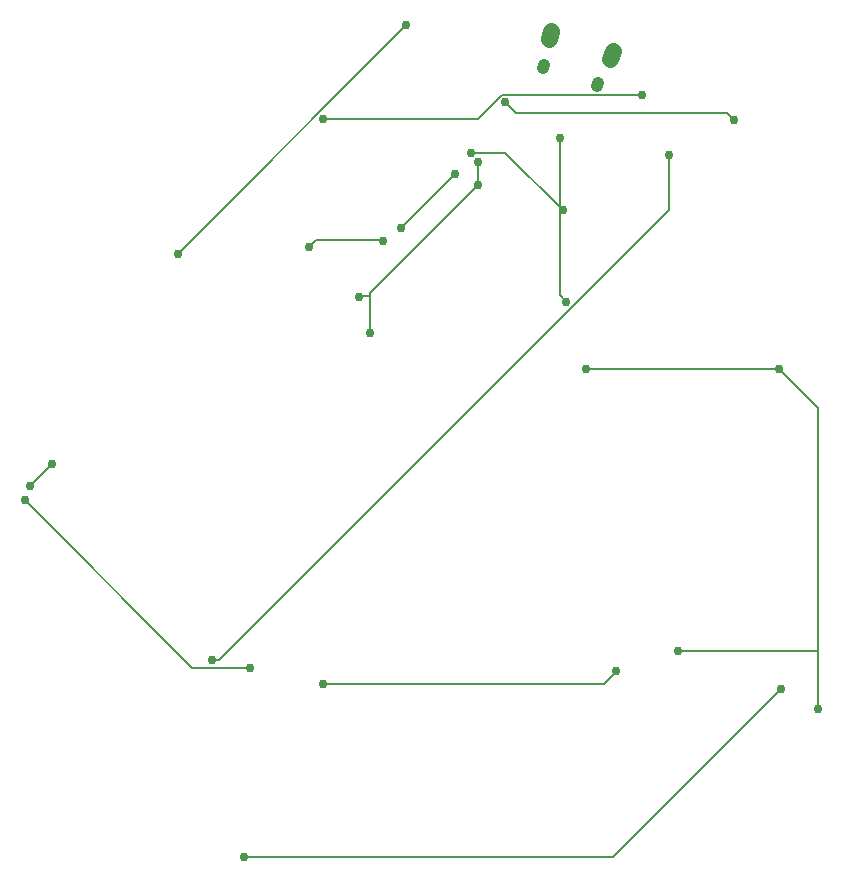
<source format=gbr>
G04 EAGLE Gerber RS-274X export*
G75*
%MOMM*%
%FSLAX34Y34*%
%LPD*%
%INBottom Copper*%
%IPPOS*%
%AMOC8*
5,1,8,0,0,1.08239X$1,22.5*%
G01*
%ADD10C,1.400000*%
%ADD11C,1.000000*%
%ADD12C,0.152400*%
%ADD13C,0.756400*%


D10*
X77299Y369949D02*
X75067Y363315D01*
X126815Y345900D02*
X129047Y352534D01*
D11*
X116858Y325764D02*
X115902Y322922D01*
X69841Y338423D02*
X70797Y341265D01*
D12*
X15240Y259080D02*
X15240Y239268D01*
X-76200Y147828D02*
X-76200Y145062D01*
X-76200Y144780D02*
X-76200Y114300D01*
X-76200Y147828D02*
X15240Y239268D01*
X-76200Y145062D02*
X-85062Y145062D01*
X-85344Y144780D01*
D13*
X15240Y259080D03*
X15240Y239268D03*
X-76200Y114300D03*
X-85344Y144780D03*
X-128119Y186688D03*
D12*
X-122418Y192389D01*
X-65411Y192389D01*
X-65411Y191545D01*
D13*
X-65411Y191545D03*
D12*
X84294Y145830D02*
X84294Y279216D01*
X84294Y145830D02*
X89916Y140208D01*
D13*
X84294Y279216D03*
X89916Y140208D03*
D12*
X-4572Y248412D02*
X-50292Y202692D01*
D13*
X-4572Y248412D03*
X-50292Y202692D03*
D12*
X9144Y266700D02*
X38100Y266700D01*
X86868Y217932D01*
D13*
X9144Y266700D03*
X86868Y217932D03*
D12*
X106680Y83820D02*
X269748Y83820D01*
X303276Y50292D02*
X303276Y-155448D01*
X303276Y-204216D01*
X303276Y50292D02*
X269748Y83820D01*
X-345948Y3048D02*
X-364236Y-15240D01*
X184404Y-155448D02*
X303276Y-155448D01*
D13*
X106680Y83820D03*
X269748Y83820D03*
X303276Y-204216D03*
X-345948Y3048D03*
X-364236Y-15240D03*
X184404Y-155448D03*
X-116368Y-183439D03*
D12*
X121781Y-183439D01*
X131948Y-173272D02*
X131948Y-172273D01*
D13*
X131948Y-172273D03*
D12*
X131948Y-173272D02*
X121781Y-183439D01*
X46890Y300582D02*
X224305Y300582D01*
X46890Y300582D02*
X38100Y309372D01*
X226269Y300582D02*
X232068Y294783D01*
X226269Y300582D02*
X224305Y300582D01*
D13*
X232068Y294783D03*
X38100Y309372D03*
D12*
X-45720Y374904D02*
X-239268Y181356D01*
D13*
X-239268Y181356D03*
X-45720Y374904D03*
D12*
X-204216Y-163068D02*
X-210312Y-163068D01*
X-204216Y-163068D02*
X176784Y217932D01*
X176784Y265176D01*
D13*
X-210312Y-163068D03*
X176784Y265176D03*
D12*
X-178308Y-169164D02*
X-227076Y-169164D01*
X-368808Y-27432D01*
D13*
X-178308Y-169164D03*
X-368808Y-27432D03*
D12*
X-182880Y-329184D02*
X129540Y-329184D01*
X271272Y-187452D01*
D13*
X-182880Y-329184D03*
X271272Y-187452D03*
D12*
X15240Y295656D02*
X-115824Y295656D01*
X15240Y295656D02*
X35052Y315468D01*
X153924Y315468D01*
D13*
X-115824Y295656D03*
X153924Y315468D03*
M02*

</source>
